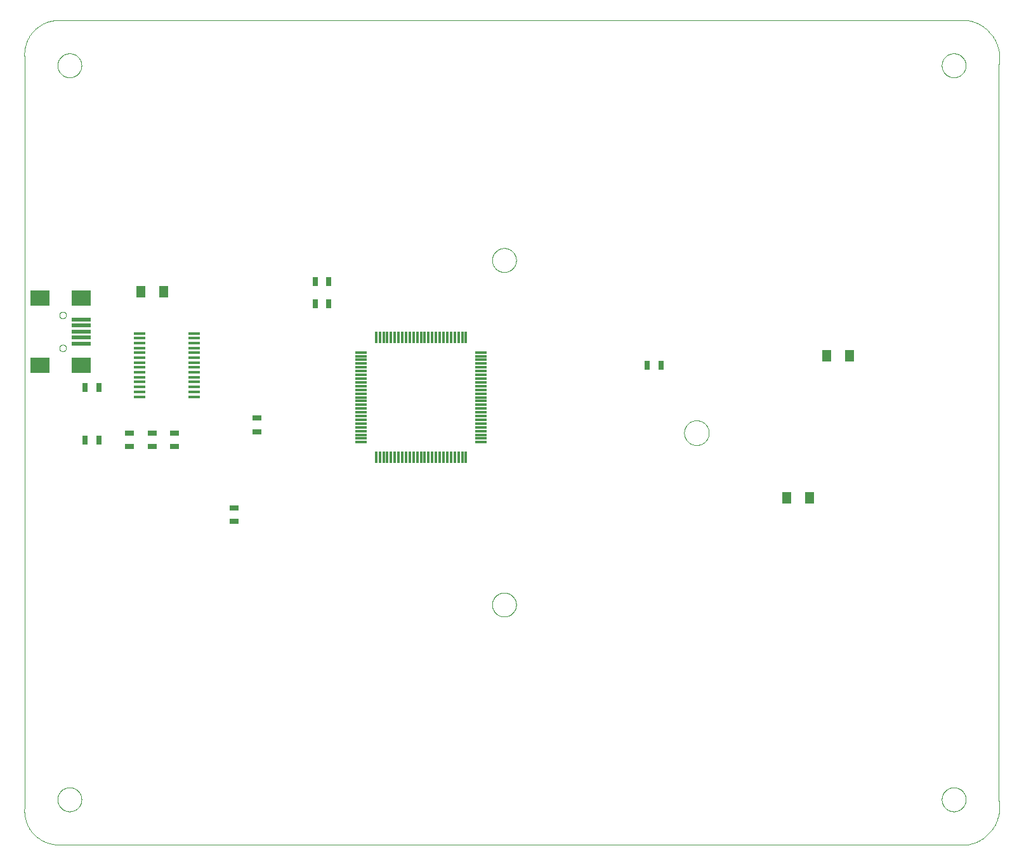
<source format=gtp>
G75*
%MOIN*%
%OFA0B0*%
%FSLAX25Y25*%
%IPPOS*%
%LPD*%
%AMOC8*
5,1,8,0,0,1.08239X$1,22.5*
%
%ADD10C,0.00000*%
%ADD11R,0.05906X0.01181*%
%ADD12R,0.01181X0.05906*%
%ADD13R,0.05118X0.06299*%
%ADD14R,0.09843X0.01969*%
%ADD15R,0.09843X0.07874*%
%ADD16R,0.03150X0.04724*%
%ADD17R,0.04724X0.03150*%
D10*
X0020337Y0001315D02*
X0500652Y0001315D01*
X0501127Y0001416D01*
X0501598Y0001528D01*
X0502068Y0001652D01*
X0502534Y0001787D01*
X0502996Y0001933D01*
X0503455Y0002090D01*
X0503910Y0002259D01*
X0504361Y0002438D01*
X0504807Y0002628D01*
X0505249Y0002829D01*
X0505685Y0003041D01*
X0506117Y0003263D01*
X0506542Y0003495D01*
X0506963Y0003737D01*
X0507377Y0003990D01*
X0507785Y0004253D01*
X0508186Y0004525D01*
X0508581Y0004807D01*
X0508969Y0005099D01*
X0509349Y0005399D01*
X0509722Y0005709D01*
X0510088Y0006028D01*
X0510446Y0006355D01*
X0510796Y0006691D01*
X0511138Y0007036D01*
X0511471Y0007389D01*
X0511795Y0007749D01*
X0512111Y0008117D01*
X0512418Y0008493D01*
X0512716Y0008876D01*
X0513004Y0009266D01*
X0513283Y0009663D01*
X0513552Y0010067D01*
X0513811Y0010477D01*
X0514060Y0010893D01*
X0514299Y0011315D01*
X0514528Y0011743D01*
X0514747Y0012176D01*
X0514955Y0012614D01*
X0515152Y0013058D01*
X0515339Y0013505D01*
X0515514Y0013958D01*
X0515679Y0014414D01*
X0515833Y0014874D01*
X0515975Y0015338D01*
X0516106Y0015805D01*
X0516226Y0016275D01*
X0516335Y0016748D01*
X0516432Y0017223D01*
X0516517Y0017701D01*
X0516591Y0018180D01*
X0516653Y0018661D01*
X0516704Y0019144D01*
X0516743Y0019627D01*
X0516770Y0020112D01*
X0516786Y0020597D01*
X0516790Y0021082D01*
X0516782Y0021567D01*
X0516762Y0022051D01*
X0516731Y0022536D01*
X0516688Y0023019D01*
X0516634Y0023501D01*
X0516567Y0023981D01*
X0516490Y0024460D01*
X0516400Y0024937D01*
X0516400Y0410764D01*
X0516490Y0411241D01*
X0516567Y0411720D01*
X0516634Y0412200D01*
X0516688Y0412682D01*
X0516731Y0413165D01*
X0516762Y0413650D01*
X0516782Y0414134D01*
X0516790Y0414619D01*
X0516786Y0415104D01*
X0516770Y0415589D01*
X0516743Y0416074D01*
X0516704Y0416557D01*
X0516653Y0417040D01*
X0516591Y0417521D01*
X0516517Y0418000D01*
X0516432Y0418478D01*
X0516335Y0418953D01*
X0516226Y0419426D01*
X0516106Y0419896D01*
X0515975Y0420363D01*
X0515833Y0420827D01*
X0515679Y0421287D01*
X0515514Y0421743D01*
X0515339Y0422196D01*
X0515152Y0422643D01*
X0514955Y0423087D01*
X0514747Y0423525D01*
X0514528Y0423958D01*
X0514299Y0424386D01*
X0514060Y0424808D01*
X0513811Y0425224D01*
X0513552Y0425634D01*
X0513283Y0426038D01*
X0513004Y0426435D01*
X0512716Y0426825D01*
X0512418Y0427208D01*
X0512111Y0427584D01*
X0511795Y0427952D01*
X0511471Y0428312D01*
X0511138Y0428665D01*
X0510796Y0429010D01*
X0510446Y0429346D01*
X0510088Y0429673D01*
X0509722Y0429992D01*
X0509349Y0430302D01*
X0508969Y0430602D01*
X0508581Y0430894D01*
X0508186Y0431176D01*
X0507785Y0431448D01*
X0507377Y0431711D01*
X0506963Y0431964D01*
X0506542Y0432206D01*
X0506117Y0432438D01*
X0505685Y0432660D01*
X0505249Y0432872D01*
X0504807Y0433073D01*
X0504361Y0433263D01*
X0503910Y0433442D01*
X0503455Y0433611D01*
X0502996Y0433768D01*
X0502534Y0433914D01*
X0502068Y0434049D01*
X0501598Y0434173D01*
X0501127Y0434285D01*
X0500652Y0434386D01*
X0020337Y0434386D01*
X0019903Y0434332D01*
X0019470Y0434268D01*
X0019039Y0434193D01*
X0018610Y0434108D01*
X0018184Y0434012D01*
X0017759Y0433905D01*
X0017338Y0433789D01*
X0016919Y0433661D01*
X0016503Y0433524D01*
X0016092Y0433377D01*
X0015683Y0433219D01*
X0015279Y0433052D01*
X0014879Y0432874D01*
X0014484Y0432687D01*
X0014093Y0432490D01*
X0013707Y0432284D01*
X0013327Y0432068D01*
X0012951Y0431843D01*
X0012582Y0431609D01*
X0012218Y0431366D01*
X0011861Y0431114D01*
X0011509Y0430853D01*
X0011164Y0430584D01*
X0010826Y0430306D01*
X0010495Y0430021D01*
X0010171Y0429727D01*
X0009854Y0429425D01*
X0009545Y0429116D01*
X0009243Y0428799D01*
X0008949Y0428474D01*
X0008664Y0428143D01*
X0008386Y0427805D01*
X0008117Y0427460D01*
X0007857Y0427108D01*
X0007605Y0426751D01*
X0007362Y0426387D01*
X0007128Y0426017D01*
X0006903Y0425642D01*
X0006687Y0425261D01*
X0006481Y0424875D01*
X0006285Y0424484D01*
X0006098Y0424089D01*
X0005920Y0423689D01*
X0005753Y0423285D01*
X0005596Y0422876D01*
X0005448Y0422464D01*
X0005311Y0422049D01*
X0005184Y0421630D01*
X0005068Y0421209D01*
X0004962Y0420784D01*
X0004866Y0420357D01*
X0004780Y0419928D01*
X0004706Y0419497D01*
X0004642Y0419064D01*
X0004588Y0418630D01*
X0004545Y0418195D01*
X0004513Y0417758D01*
X0004492Y0417321D01*
X0004481Y0416884D01*
X0004481Y0416446D01*
X0004492Y0416009D01*
X0004514Y0415572D01*
X0004546Y0415136D01*
X0004589Y0414700D01*
X0004589Y0414701D02*
X0004589Y0021000D01*
X0004546Y0020564D01*
X0004514Y0020128D01*
X0004492Y0019691D01*
X0004481Y0019254D01*
X0004481Y0018816D01*
X0004492Y0018379D01*
X0004513Y0017942D01*
X0004545Y0017505D01*
X0004588Y0017070D01*
X0004642Y0016636D01*
X0004706Y0016203D01*
X0004780Y0015772D01*
X0004866Y0015343D01*
X0004962Y0014916D01*
X0005068Y0014491D01*
X0005184Y0014070D01*
X0005311Y0013651D01*
X0005448Y0013236D01*
X0005596Y0012824D01*
X0005753Y0012415D01*
X0005920Y0012011D01*
X0006098Y0011611D01*
X0006285Y0011216D01*
X0006481Y0010825D01*
X0006687Y0010439D01*
X0006903Y0010058D01*
X0007128Y0009683D01*
X0007362Y0009313D01*
X0007605Y0008949D01*
X0007857Y0008592D01*
X0008117Y0008240D01*
X0008386Y0007895D01*
X0008664Y0007557D01*
X0008949Y0007226D01*
X0009243Y0006901D01*
X0009545Y0006584D01*
X0009854Y0006275D01*
X0010171Y0005973D01*
X0010495Y0005679D01*
X0010826Y0005394D01*
X0011164Y0005116D01*
X0011509Y0004847D01*
X0011861Y0004586D01*
X0012218Y0004334D01*
X0012582Y0004091D01*
X0012951Y0003857D01*
X0013327Y0003632D01*
X0013707Y0003416D01*
X0014093Y0003210D01*
X0014484Y0003013D01*
X0014879Y0002826D01*
X0015279Y0002648D01*
X0015683Y0002481D01*
X0016092Y0002323D01*
X0016503Y0002176D01*
X0016919Y0002039D01*
X0017338Y0001911D01*
X0017759Y0001795D01*
X0018184Y0001688D01*
X0018610Y0001592D01*
X0019039Y0001507D01*
X0019470Y0001432D01*
X0019903Y0001368D01*
X0020337Y0001314D01*
X0021912Y0024937D02*
X0021914Y0025095D01*
X0021920Y0025253D01*
X0021930Y0025411D01*
X0021944Y0025569D01*
X0021962Y0025726D01*
X0021983Y0025883D01*
X0022009Y0026039D01*
X0022039Y0026195D01*
X0022072Y0026350D01*
X0022110Y0026503D01*
X0022151Y0026656D01*
X0022196Y0026808D01*
X0022245Y0026959D01*
X0022298Y0027108D01*
X0022354Y0027256D01*
X0022414Y0027402D01*
X0022478Y0027547D01*
X0022546Y0027690D01*
X0022617Y0027832D01*
X0022691Y0027972D01*
X0022769Y0028109D01*
X0022851Y0028245D01*
X0022935Y0028379D01*
X0023024Y0028510D01*
X0023115Y0028639D01*
X0023210Y0028766D01*
X0023307Y0028891D01*
X0023408Y0029013D01*
X0023512Y0029132D01*
X0023619Y0029249D01*
X0023729Y0029363D01*
X0023842Y0029474D01*
X0023957Y0029583D01*
X0024075Y0029688D01*
X0024196Y0029790D01*
X0024319Y0029890D01*
X0024445Y0029986D01*
X0024573Y0030079D01*
X0024703Y0030169D01*
X0024836Y0030255D01*
X0024971Y0030339D01*
X0025107Y0030418D01*
X0025246Y0030495D01*
X0025387Y0030567D01*
X0025529Y0030637D01*
X0025673Y0030702D01*
X0025819Y0030764D01*
X0025966Y0030822D01*
X0026115Y0030877D01*
X0026265Y0030928D01*
X0026416Y0030975D01*
X0026568Y0031018D01*
X0026721Y0031057D01*
X0026876Y0031093D01*
X0027031Y0031124D01*
X0027187Y0031152D01*
X0027343Y0031176D01*
X0027500Y0031196D01*
X0027658Y0031212D01*
X0027815Y0031224D01*
X0027974Y0031232D01*
X0028132Y0031236D01*
X0028290Y0031236D01*
X0028448Y0031232D01*
X0028607Y0031224D01*
X0028764Y0031212D01*
X0028922Y0031196D01*
X0029079Y0031176D01*
X0029235Y0031152D01*
X0029391Y0031124D01*
X0029546Y0031093D01*
X0029701Y0031057D01*
X0029854Y0031018D01*
X0030006Y0030975D01*
X0030157Y0030928D01*
X0030307Y0030877D01*
X0030456Y0030822D01*
X0030603Y0030764D01*
X0030749Y0030702D01*
X0030893Y0030637D01*
X0031035Y0030567D01*
X0031176Y0030495D01*
X0031315Y0030418D01*
X0031451Y0030339D01*
X0031586Y0030255D01*
X0031719Y0030169D01*
X0031849Y0030079D01*
X0031977Y0029986D01*
X0032103Y0029890D01*
X0032226Y0029790D01*
X0032347Y0029688D01*
X0032465Y0029583D01*
X0032580Y0029474D01*
X0032693Y0029363D01*
X0032803Y0029249D01*
X0032910Y0029132D01*
X0033014Y0029013D01*
X0033115Y0028891D01*
X0033212Y0028766D01*
X0033307Y0028639D01*
X0033398Y0028510D01*
X0033487Y0028379D01*
X0033571Y0028245D01*
X0033653Y0028109D01*
X0033731Y0027972D01*
X0033805Y0027832D01*
X0033876Y0027690D01*
X0033944Y0027547D01*
X0034008Y0027402D01*
X0034068Y0027256D01*
X0034124Y0027108D01*
X0034177Y0026959D01*
X0034226Y0026808D01*
X0034271Y0026656D01*
X0034312Y0026503D01*
X0034350Y0026350D01*
X0034383Y0026195D01*
X0034413Y0026039D01*
X0034439Y0025883D01*
X0034460Y0025726D01*
X0034478Y0025569D01*
X0034492Y0025411D01*
X0034502Y0025253D01*
X0034508Y0025095D01*
X0034510Y0024937D01*
X0034508Y0024779D01*
X0034502Y0024621D01*
X0034492Y0024463D01*
X0034478Y0024305D01*
X0034460Y0024148D01*
X0034439Y0023991D01*
X0034413Y0023835D01*
X0034383Y0023679D01*
X0034350Y0023524D01*
X0034312Y0023371D01*
X0034271Y0023218D01*
X0034226Y0023066D01*
X0034177Y0022915D01*
X0034124Y0022766D01*
X0034068Y0022618D01*
X0034008Y0022472D01*
X0033944Y0022327D01*
X0033876Y0022184D01*
X0033805Y0022042D01*
X0033731Y0021902D01*
X0033653Y0021765D01*
X0033571Y0021629D01*
X0033487Y0021495D01*
X0033398Y0021364D01*
X0033307Y0021235D01*
X0033212Y0021108D01*
X0033115Y0020983D01*
X0033014Y0020861D01*
X0032910Y0020742D01*
X0032803Y0020625D01*
X0032693Y0020511D01*
X0032580Y0020400D01*
X0032465Y0020291D01*
X0032347Y0020186D01*
X0032226Y0020084D01*
X0032103Y0019984D01*
X0031977Y0019888D01*
X0031849Y0019795D01*
X0031719Y0019705D01*
X0031586Y0019619D01*
X0031451Y0019535D01*
X0031315Y0019456D01*
X0031176Y0019379D01*
X0031035Y0019307D01*
X0030893Y0019237D01*
X0030749Y0019172D01*
X0030603Y0019110D01*
X0030456Y0019052D01*
X0030307Y0018997D01*
X0030157Y0018946D01*
X0030006Y0018899D01*
X0029854Y0018856D01*
X0029701Y0018817D01*
X0029546Y0018781D01*
X0029391Y0018750D01*
X0029235Y0018722D01*
X0029079Y0018698D01*
X0028922Y0018678D01*
X0028764Y0018662D01*
X0028607Y0018650D01*
X0028448Y0018642D01*
X0028290Y0018638D01*
X0028132Y0018638D01*
X0027974Y0018642D01*
X0027815Y0018650D01*
X0027658Y0018662D01*
X0027500Y0018678D01*
X0027343Y0018698D01*
X0027187Y0018722D01*
X0027031Y0018750D01*
X0026876Y0018781D01*
X0026721Y0018817D01*
X0026568Y0018856D01*
X0026416Y0018899D01*
X0026265Y0018946D01*
X0026115Y0018997D01*
X0025966Y0019052D01*
X0025819Y0019110D01*
X0025673Y0019172D01*
X0025529Y0019237D01*
X0025387Y0019307D01*
X0025246Y0019379D01*
X0025107Y0019456D01*
X0024971Y0019535D01*
X0024836Y0019619D01*
X0024703Y0019705D01*
X0024573Y0019795D01*
X0024445Y0019888D01*
X0024319Y0019984D01*
X0024196Y0020084D01*
X0024075Y0020186D01*
X0023957Y0020291D01*
X0023842Y0020400D01*
X0023729Y0020511D01*
X0023619Y0020625D01*
X0023512Y0020742D01*
X0023408Y0020861D01*
X0023307Y0020983D01*
X0023210Y0021108D01*
X0023115Y0021235D01*
X0023024Y0021364D01*
X0022935Y0021495D01*
X0022851Y0021629D01*
X0022769Y0021765D01*
X0022691Y0021902D01*
X0022617Y0022042D01*
X0022546Y0022184D01*
X0022478Y0022327D01*
X0022414Y0022472D01*
X0022354Y0022618D01*
X0022298Y0022766D01*
X0022245Y0022915D01*
X0022196Y0023066D01*
X0022151Y0023218D01*
X0022110Y0023371D01*
X0022072Y0023524D01*
X0022039Y0023679D01*
X0022009Y0023835D01*
X0021983Y0023991D01*
X0021962Y0024148D01*
X0021944Y0024305D01*
X0021930Y0024463D01*
X0021920Y0024621D01*
X0021914Y0024779D01*
X0021912Y0024937D01*
X0250258Y0127299D02*
X0250260Y0127457D01*
X0250266Y0127615D01*
X0250276Y0127773D01*
X0250290Y0127931D01*
X0250308Y0128088D01*
X0250329Y0128245D01*
X0250355Y0128401D01*
X0250385Y0128557D01*
X0250418Y0128712D01*
X0250456Y0128865D01*
X0250497Y0129018D01*
X0250542Y0129170D01*
X0250591Y0129321D01*
X0250644Y0129470D01*
X0250700Y0129618D01*
X0250760Y0129764D01*
X0250824Y0129909D01*
X0250892Y0130052D01*
X0250963Y0130194D01*
X0251037Y0130334D01*
X0251115Y0130471D01*
X0251197Y0130607D01*
X0251281Y0130741D01*
X0251370Y0130872D01*
X0251461Y0131001D01*
X0251556Y0131128D01*
X0251653Y0131253D01*
X0251754Y0131375D01*
X0251858Y0131494D01*
X0251965Y0131611D01*
X0252075Y0131725D01*
X0252188Y0131836D01*
X0252303Y0131945D01*
X0252421Y0132050D01*
X0252542Y0132152D01*
X0252665Y0132252D01*
X0252791Y0132348D01*
X0252919Y0132441D01*
X0253049Y0132531D01*
X0253182Y0132617D01*
X0253317Y0132701D01*
X0253453Y0132780D01*
X0253592Y0132857D01*
X0253733Y0132929D01*
X0253875Y0132999D01*
X0254019Y0133064D01*
X0254165Y0133126D01*
X0254312Y0133184D01*
X0254461Y0133239D01*
X0254611Y0133290D01*
X0254762Y0133337D01*
X0254914Y0133380D01*
X0255067Y0133419D01*
X0255222Y0133455D01*
X0255377Y0133486D01*
X0255533Y0133514D01*
X0255689Y0133538D01*
X0255846Y0133558D01*
X0256004Y0133574D01*
X0256161Y0133586D01*
X0256320Y0133594D01*
X0256478Y0133598D01*
X0256636Y0133598D01*
X0256794Y0133594D01*
X0256953Y0133586D01*
X0257110Y0133574D01*
X0257268Y0133558D01*
X0257425Y0133538D01*
X0257581Y0133514D01*
X0257737Y0133486D01*
X0257892Y0133455D01*
X0258047Y0133419D01*
X0258200Y0133380D01*
X0258352Y0133337D01*
X0258503Y0133290D01*
X0258653Y0133239D01*
X0258802Y0133184D01*
X0258949Y0133126D01*
X0259095Y0133064D01*
X0259239Y0132999D01*
X0259381Y0132929D01*
X0259522Y0132857D01*
X0259661Y0132780D01*
X0259797Y0132701D01*
X0259932Y0132617D01*
X0260065Y0132531D01*
X0260195Y0132441D01*
X0260323Y0132348D01*
X0260449Y0132252D01*
X0260572Y0132152D01*
X0260693Y0132050D01*
X0260811Y0131945D01*
X0260926Y0131836D01*
X0261039Y0131725D01*
X0261149Y0131611D01*
X0261256Y0131494D01*
X0261360Y0131375D01*
X0261461Y0131253D01*
X0261558Y0131128D01*
X0261653Y0131001D01*
X0261744Y0130872D01*
X0261833Y0130741D01*
X0261917Y0130607D01*
X0261999Y0130471D01*
X0262077Y0130334D01*
X0262151Y0130194D01*
X0262222Y0130052D01*
X0262290Y0129909D01*
X0262354Y0129764D01*
X0262414Y0129618D01*
X0262470Y0129470D01*
X0262523Y0129321D01*
X0262572Y0129170D01*
X0262617Y0129018D01*
X0262658Y0128865D01*
X0262696Y0128712D01*
X0262729Y0128557D01*
X0262759Y0128401D01*
X0262785Y0128245D01*
X0262806Y0128088D01*
X0262824Y0127931D01*
X0262838Y0127773D01*
X0262848Y0127615D01*
X0262854Y0127457D01*
X0262856Y0127299D01*
X0262854Y0127141D01*
X0262848Y0126983D01*
X0262838Y0126825D01*
X0262824Y0126667D01*
X0262806Y0126510D01*
X0262785Y0126353D01*
X0262759Y0126197D01*
X0262729Y0126041D01*
X0262696Y0125886D01*
X0262658Y0125733D01*
X0262617Y0125580D01*
X0262572Y0125428D01*
X0262523Y0125277D01*
X0262470Y0125128D01*
X0262414Y0124980D01*
X0262354Y0124834D01*
X0262290Y0124689D01*
X0262222Y0124546D01*
X0262151Y0124404D01*
X0262077Y0124264D01*
X0261999Y0124127D01*
X0261917Y0123991D01*
X0261833Y0123857D01*
X0261744Y0123726D01*
X0261653Y0123597D01*
X0261558Y0123470D01*
X0261461Y0123345D01*
X0261360Y0123223D01*
X0261256Y0123104D01*
X0261149Y0122987D01*
X0261039Y0122873D01*
X0260926Y0122762D01*
X0260811Y0122653D01*
X0260693Y0122548D01*
X0260572Y0122446D01*
X0260449Y0122346D01*
X0260323Y0122250D01*
X0260195Y0122157D01*
X0260065Y0122067D01*
X0259932Y0121981D01*
X0259797Y0121897D01*
X0259661Y0121818D01*
X0259522Y0121741D01*
X0259381Y0121669D01*
X0259239Y0121599D01*
X0259095Y0121534D01*
X0258949Y0121472D01*
X0258802Y0121414D01*
X0258653Y0121359D01*
X0258503Y0121308D01*
X0258352Y0121261D01*
X0258200Y0121218D01*
X0258047Y0121179D01*
X0257892Y0121143D01*
X0257737Y0121112D01*
X0257581Y0121084D01*
X0257425Y0121060D01*
X0257268Y0121040D01*
X0257110Y0121024D01*
X0256953Y0121012D01*
X0256794Y0121004D01*
X0256636Y0121000D01*
X0256478Y0121000D01*
X0256320Y0121004D01*
X0256161Y0121012D01*
X0256004Y0121024D01*
X0255846Y0121040D01*
X0255689Y0121060D01*
X0255533Y0121084D01*
X0255377Y0121112D01*
X0255222Y0121143D01*
X0255067Y0121179D01*
X0254914Y0121218D01*
X0254762Y0121261D01*
X0254611Y0121308D01*
X0254461Y0121359D01*
X0254312Y0121414D01*
X0254165Y0121472D01*
X0254019Y0121534D01*
X0253875Y0121599D01*
X0253733Y0121669D01*
X0253592Y0121741D01*
X0253453Y0121818D01*
X0253317Y0121897D01*
X0253182Y0121981D01*
X0253049Y0122067D01*
X0252919Y0122157D01*
X0252791Y0122250D01*
X0252665Y0122346D01*
X0252542Y0122446D01*
X0252421Y0122548D01*
X0252303Y0122653D01*
X0252188Y0122762D01*
X0252075Y0122873D01*
X0251965Y0122987D01*
X0251858Y0123104D01*
X0251754Y0123223D01*
X0251653Y0123345D01*
X0251556Y0123470D01*
X0251461Y0123597D01*
X0251370Y0123726D01*
X0251281Y0123857D01*
X0251197Y0123991D01*
X0251115Y0124127D01*
X0251037Y0124264D01*
X0250963Y0124404D01*
X0250892Y0124546D01*
X0250824Y0124689D01*
X0250760Y0124834D01*
X0250700Y0124980D01*
X0250644Y0125128D01*
X0250591Y0125277D01*
X0250542Y0125428D01*
X0250497Y0125580D01*
X0250456Y0125733D01*
X0250418Y0125886D01*
X0250385Y0126041D01*
X0250355Y0126197D01*
X0250329Y0126353D01*
X0250308Y0126510D01*
X0250290Y0126667D01*
X0250276Y0126825D01*
X0250266Y0126983D01*
X0250260Y0127141D01*
X0250258Y0127299D01*
X0351136Y0217654D02*
X0351138Y0217815D01*
X0351144Y0217975D01*
X0351154Y0218136D01*
X0351168Y0218296D01*
X0351186Y0218456D01*
X0351207Y0218615D01*
X0351233Y0218774D01*
X0351263Y0218932D01*
X0351296Y0219089D01*
X0351334Y0219246D01*
X0351375Y0219401D01*
X0351420Y0219555D01*
X0351469Y0219708D01*
X0351522Y0219860D01*
X0351578Y0220011D01*
X0351639Y0220160D01*
X0351702Y0220308D01*
X0351770Y0220454D01*
X0351841Y0220598D01*
X0351915Y0220740D01*
X0351993Y0220881D01*
X0352075Y0221019D01*
X0352160Y0221156D01*
X0352248Y0221290D01*
X0352340Y0221422D01*
X0352435Y0221552D01*
X0352533Y0221680D01*
X0352634Y0221805D01*
X0352738Y0221927D01*
X0352845Y0222047D01*
X0352955Y0222164D01*
X0353068Y0222279D01*
X0353184Y0222390D01*
X0353303Y0222499D01*
X0353424Y0222604D01*
X0353548Y0222707D01*
X0353674Y0222807D01*
X0353802Y0222903D01*
X0353933Y0222996D01*
X0354067Y0223086D01*
X0354202Y0223173D01*
X0354340Y0223256D01*
X0354479Y0223336D01*
X0354621Y0223412D01*
X0354764Y0223485D01*
X0354909Y0223554D01*
X0355056Y0223620D01*
X0355204Y0223682D01*
X0355354Y0223740D01*
X0355505Y0223795D01*
X0355658Y0223846D01*
X0355812Y0223893D01*
X0355967Y0223936D01*
X0356123Y0223975D01*
X0356279Y0224011D01*
X0356437Y0224042D01*
X0356595Y0224070D01*
X0356754Y0224094D01*
X0356914Y0224114D01*
X0357074Y0224130D01*
X0357234Y0224142D01*
X0357395Y0224150D01*
X0357556Y0224154D01*
X0357716Y0224154D01*
X0357877Y0224150D01*
X0358038Y0224142D01*
X0358198Y0224130D01*
X0358358Y0224114D01*
X0358518Y0224094D01*
X0358677Y0224070D01*
X0358835Y0224042D01*
X0358993Y0224011D01*
X0359149Y0223975D01*
X0359305Y0223936D01*
X0359460Y0223893D01*
X0359614Y0223846D01*
X0359767Y0223795D01*
X0359918Y0223740D01*
X0360068Y0223682D01*
X0360216Y0223620D01*
X0360363Y0223554D01*
X0360508Y0223485D01*
X0360651Y0223412D01*
X0360793Y0223336D01*
X0360932Y0223256D01*
X0361070Y0223173D01*
X0361205Y0223086D01*
X0361339Y0222996D01*
X0361470Y0222903D01*
X0361598Y0222807D01*
X0361724Y0222707D01*
X0361848Y0222604D01*
X0361969Y0222499D01*
X0362088Y0222390D01*
X0362204Y0222279D01*
X0362317Y0222164D01*
X0362427Y0222047D01*
X0362534Y0221927D01*
X0362638Y0221805D01*
X0362739Y0221680D01*
X0362837Y0221552D01*
X0362932Y0221422D01*
X0363024Y0221290D01*
X0363112Y0221156D01*
X0363197Y0221019D01*
X0363279Y0220881D01*
X0363357Y0220740D01*
X0363431Y0220598D01*
X0363502Y0220454D01*
X0363570Y0220308D01*
X0363633Y0220160D01*
X0363694Y0220011D01*
X0363750Y0219860D01*
X0363803Y0219708D01*
X0363852Y0219555D01*
X0363897Y0219401D01*
X0363938Y0219246D01*
X0363976Y0219089D01*
X0364009Y0218932D01*
X0364039Y0218774D01*
X0364065Y0218615D01*
X0364086Y0218456D01*
X0364104Y0218296D01*
X0364118Y0218136D01*
X0364128Y0217975D01*
X0364134Y0217815D01*
X0364136Y0217654D01*
X0364134Y0217493D01*
X0364128Y0217333D01*
X0364118Y0217172D01*
X0364104Y0217012D01*
X0364086Y0216852D01*
X0364065Y0216693D01*
X0364039Y0216534D01*
X0364009Y0216376D01*
X0363976Y0216219D01*
X0363938Y0216062D01*
X0363897Y0215907D01*
X0363852Y0215753D01*
X0363803Y0215600D01*
X0363750Y0215448D01*
X0363694Y0215297D01*
X0363633Y0215148D01*
X0363570Y0215000D01*
X0363502Y0214854D01*
X0363431Y0214710D01*
X0363357Y0214568D01*
X0363279Y0214427D01*
X0363197Y0214289D01*
X0363112Y0214152D01*
X0363024Y0214018D01*
X0362932Y0213886D01*
X0362837Y0213756D01*
X0362739Y0213628D01*
X0362638Y0213503D01*
X0362534Y0213381D01*
X0362427Y0213261D01*
X0362317Y0213144D01*
X0362204Y0213029D01*
X0362088Y0212918D01*
X0361969Y0212809D01*
X0361848Y0212704D01*
X0361724Y0212601D01*
X0361598Y0212501D01*
X0361470Y0212405D01*
X0361339Y0212312D01*
X0361205Y0212222D01*
X0361070Y0212135D01*
X0360932Y0212052D01*
X0360793Y0211972D01*
X0360651Y0211896D01*
X0360508Y0211823D01*
X0360363Y0211754D01*
X0360216Y0211688D01*
X0360068Y0211626D01*
X0359918Y0211568D01*
X0359767Y0211513D01*
X0359614Y0211462D01*
X0359460Y0211415D01*
X0359305Y0211372D01*
X0359149Y0211333D01*
X0358993Y0211297D01*
X0358835Y0211266D01*
X0358677Y0211238D01*
X0358518Y0211214D01*
X0358358Y0211194D01*
X0358198Y0211178D01*
X0358038Y0211166D01*
X0357877Y0211158D01*
X0357716Y0211154D01*
X0357556Y0211154D01*
X0357395Y0211158D01*
X0357234Y0211166D01*
X0357074Y0211178D01*
X0356914Y0211194D01*
X0356754Y0211214D01*
X0356595Y0211238D01*
X0356437Y0211266D01*
X0356279Y0211297D01*
X0356123Y0211333D01*
X0355967Y0211372D01*
X0355812Y0211415D01*
X0355658Y0211462D01*
X0355505Y0211513D01*
X0355354Y0211568D01*
X0355204Y0211626D01*
X0355056Y0211688D01*
X0354909Y0211754D01*
X0354764Y0211823D01*
X0354621Y0211896D01*
X0354479Y0211972D01*
X0354340Y0212052D01*
X0354202Y0212135D01*
X0354067Y0212222D01*
X0353933Y0212312D01*
X0353802Y0212405D01*
X0353674Y0212501D01*
X0353548Y0212601D01*
X0353424Y0212704D01*
X0353303Y0212809D01*
X0353184Y0212918D01*
X0353068Y0213029D01*
X0352955Y0213144D01*
X0352845Y0213261D01*
X0352738Y0213381D01*
X0352634Y0213503D01*
X0352533Y0213628D01*
X0352435Y0213756D01*
X0352340Y0213886D01*
X0352248Y0214018D01*
X0352160Y0214152D01*
X0352075Y0214289D01*
X0351993Y0214427D01*
X0351915Y0214568D01*
X0351841Y0214710D01*
X0351770Y0214854D01*
X0351702Y0215000D01*
X0351639Y0215148D01*
X0351578Y0215297D01*
X0351522Y0215448D01*
X0351469Y0215600D01*
X0351420Y0215753D01*
X0351375Y0215907D01*
X0351334Y0216062D01*
X0351296Y0216219D01*
X0351263Y0216376D01*
X0351233Y0216534D01*
X0351207Y0216693D01*
X0351186Y0216852D01*
X0351168Y0217012D01*
X0351154Y0217172D01*
X0351144Y0217333D01*
X0351138Y0217493D01*
X0351136Y0217654D01*
X0250258Y0308402D02*
X0250260Y0308560D01*
X0250266Y0308718D01*
X0250276Y0308876D01*
X0250290Y0309034D01*
X0250308Y0309191D01*
X0250329Y0309348D01*
X0250355Y0309504D01*
X0250385Y0309660D01*
X0250418Y0309815D01*
X0250456Y0309968D01*
X0250497Y0310121D01*
X0250542Y0310273D01*
X0250591Y0310424D01*
X0250644Y0310573D01*
X0250700Y0310721D01*
X0250760Y0310867D01*
X0250824Y0311012D01*
X0250892Y0311155D01*
X0250963Y0311297D01*
X0251037Y0311437D01*
X0251115Y0311574D01*
X0251197Y0311710D01*
X0251281Y0311844D01*
X0251370Y0311975D01*
X0251461Y0312104D01*
X0251556Y0312231D01*
X0251653Y0312356D01*
X0251754Y0312478D01*
X0251858Y0312597D01*
X0251965Y0312714D01*
X0252075Y0312828D01*
X0252188Y0312939D01*
X0252303Y0313048D01*
X0252421Y0313153D01*
X0252542Y0313255D01*
X0252665Y0313355D01*
X0252791Y0313451D01*
X0252919Y0313544D01*
X0253049Y0313634D01*
X0253182Y0313720D01*
X0253317Y0313804D01*
X0253453Y0313883D01*
X0253592Y0313960D01*
X0253733Y0314032D01*
X0253875Y0314102D01*
X0254019Y0314167D01*
X0254165Y0314229D01*
X0254312Y0314287D01*
X0254461Y0314342D01*
X0254611Y0314393D01*
X0254762Y0314440D01*
X0254914Y0314483D01*
X0255067Y0314522D01*
X0255222Y0314558D01*
X0255377Y0314589D01*
X0255533Y0314617D01*
X0255689Y0314641D01*
X0255846Y0314661D01*
X0256004Y0314677D01*
X0256161Y0314689D01*
X0256320Y0314697D01*
X0256478Y0314701D01*
X0256636Y0314701D01*
X0256794Y0314697D01*
X0256953Y0314689D01*
X0257110Y0314677D01*
X0257268Y0314661D01*
X0257425Y0314641D01*
X0257581Y0314617D01*
X0257737Y0314589D01*
X0257892Y0314558D01*
X0258047Y0314522D01*
X0258200Y0314483D01*
X0258352Y0314440D01*
X0258503Y0314393D01*
X0258653Y0314342D01*
X0258802Y0314287D01*
X0258949Y0314229D01*
X0259095Y0314167D01*
X0259239Y0314102D01*
X0259381Y0314032D01*
X0259522Y0313960D01*
X0259661Y0313883D01*
X0259797Y0313804D01*
X0259932Y0313720D01*
X0260065Y0313634D01*
X0260195Y0313544D01*
X0260323Y0313451D01*
X0260449Y0313355D01*
X0260572Y0313255D01*
X0260693Y0313153D01*
X0260811Y0313048D01*
X0260926Y0312939D01*
X0261039Y0312828D01*
X0261149Y0312714D01*
X0261256Y0312597D01*
X0261360Y0312478D01*
X0261461Y0312356D01*
X0261558Y0312231D01*
X0261653Y0312104D01*
X0261744Y0311975D01*
X0261833Y0311844D01*
X0261917Y0311710D01*
X0261999Y0311574D01*
X0262077Y0311437D01*
X0262151Y0311297D01*
X0262222Y0311155D01*
X0262290Y0311012D01*
X0262354Y0310867D01*
X0262414Y0310721D01*
X0262470Y0310573D01*
X0262523Y0310424D01*
X0262572Y0310273D01*
X0262617Y0310121D01*
X0262658Y0309968D01*
X0262696Y0309815D01*
X0262729Y0309660D01*
X0262759Y0309504D01*
X0262785Y0309348D01*
X0262806Y0309191D01*
X0262824Y0309034D01*
X0262838Y0308876D01*
X0262848Y0308718D01*
X0262854Y0308560D01*
X0262856Y0308402D01*
X0262854Y0308244D01*
X0262848Y0308086D01*
X0262838Y0307928D01*
X0262824Y0307770D01*
X0262806Y0307613D01*
X0262785Y0307456D01*
X0262759Y0307300D01*
X0262729Y0307144D01*
X0262696Y0306989D01*
X0262658Y0306836D01*
X0262617Y0306683D01*
X0262572Y0306531D01*
X0262523Y0306380D01*
X0262470Y0306231D01*
X0262414Y0306083D01*
X0262354Y0305937D01*
X0262290Y0305792D01*
X0262222Y0305649D01*
X0262151Y0305507D01*
X0262077Y0305367D01*
X0261999Y0305230D01*
X0261917Y0305094D01*
X0261833Y0304960D01*
X0261744Y0304829D01*
X0261653Y0304700D01*
X0261558Y0304573D01*
X0261461Y0304448D01*
X0261360Y0304326D01*
X0261256Y0304207D01*
X0261149Y0304090D01*
X0261039Y0303976D01*
X0260926Y0303865D01*
X0260811Y0303756D01*
X0260693Y0303651D01*
X0260572Y0303549D01*
X0260449Y0303449D01*
X0260323Y0303353D01*
X0260195Y0303260D01*
X0260065Y0303170D01*
X0259932Y0303084D01*
X0259797Y0303000D01*
X0259661Y0302921D01*
X0259522Y0302844D01*
X0259381Y0302772D01*
X0259239Y0302702D01*
X0259095Y0302637D01*
X0258949Y0302575D01*
X0258802Y0302517D01*
X0258653Y0302462D01*
X0258503Y0302411D01*
X0258352Y0302364D01*
X0258200Y0302321D01*
X0258047Y0302282D01*
X0257892Y0302246D01*
X0257737Y0302215D01*
X0257581Y0302187D01*
X0257425Y0302163D01*
X0257268Y0302143D01*
X0257110Y0302127D01*
X0256953Y0302115D01*
X0256794Y0302107D01*
X0256636Y0302103D01*
X0256478Y0302103D01*
X0256320Y0302107D01*
X0256161Y0302115D01*
X0256004Y0302127D01*
X0255846Y0302143D01*
X0255689Y0302163D01*
X0255533Y0302187D01*
X0255377Y0302215D01*
X0255222Y0302246D01*
X0255067Y0302282D01*
X0254914Y0302321D01*
X0254762Y0302364D01*
X0254611Y0302411D01*
X0254461Y0302462D01*
X0254312Y0302517D01*
X0254165Y0302575D01*
X0254019Y0302637D01*
X0253875Y0302702D01*
X0253733Y0302772D01*
X0253592Y0302844D01*
X0253453Y0302921D01*
X0253317Y0303000D01*
X0253182Y0303084D01*
X0253049Y0303170D01*
X0252919Y0303260D01*
X0252791Y0303353D01*
X0252665Y0303449D01*
X0252542Y0303549D01*
X0252421Y0303651D01*
X0252303Y0303756D01*
X0252188Y0303865D01*
X0252075Y0303976D01*
X0251965Y0304090D01*
X0251858Y0304207D01*
X0251754Y0304326D01*
X0251653Y0304448D01*
X0251556Y0304573D01*
X0251461Y0304700D01*
X0251370Y0304829D01*
X0251281Y0304960D01*
X0251197Y0305094D01*
X0251115Y0305230D01*
X0251037Y0305367D01*
X0250963Y0305507D01*
X0250892Y0305649D01*
X0250824Y0305792D01*
X0250760Y0305937D01*
X0250700Y0306083D01*
X0250644Y0306231D01*
X0250591Y0306380D01*
X0250542Y0306531D01*
X0250497Y0306683D01*
X0250456Y0306836D01*
X0250418Y0306989D01*
X0250385Y0307144D01*
X0250355Y0307300D01*
X0250329Y0307456D01*
X0250308Y0307613D01*
X0250290Y0307770D01*
X0250276Y0307928D01*
X0250266Y0308086D01*
X0250260Y0308244D01*
X0250258Y0308402D01*
X0021912Y0410764D02*
X0021914Y0410922D01*
X0021920Y0411080D01*
X0021930Y0411238D01*
X0021944Y0411396D01*
X0021962Y0411553D01*
X0021983Y0411710D01*
X0022009Y0411866D01*
X0022039Y0412022D01*
X0022072Y0412177D01*
X0022110Y0412330D01*
X0022151Y0412483D01*
X0022196Y0412635D01*
X0022245Y0412786D01*
X0022298Y0412935D01*
X0022354Y0413083D01*
X0022414Y0413229D01*
X0022478Y0413374D01*
X0022546Y0413517D01*
X0022617Y0413659D01*
X0022691Y0413799D01*
X0022769Y0413936D01*
X0022851Y0414072D01*
X0022935Y0414206D01*
X0023024Y0414337D01*
X0023115Y0414466D01*
X0023210Y0414593D01*
X0023307Y0414718D01*
X0023408Y0414840D01*
X0023512Y0414959D01*
X0023619Y0415076D01*
X0023729Y0415190D01*
X0023842Y0415301D01*
X0023957Y0415410D01*
X0024075Y0415515D01*
X0024196Y0415617D01*
X0024319Y0415717D01*
X0024445Y0415813D01*
X0024573Y0415906D01*
X0024703Y0415996D01*
X0024836Y0416082D01*
X0024971Y0416166D01*
X0025107Y0416245D01*
X0025246Y0416322D01*
X0025387Y0416394D01*
X0025529Y0416464D01*
X0025673Y0416529D01*
X0025819Y0416591D01*
X0025966Y0416649D01*
X0026115Y0416704D01*
X0026265Y0416755D01*
X0026416Y0416802D01*
X0026568Y0416845D01*
X0026721Y0416884D01*
X0026876Y0416920D01*
X0027031Y0416951D01*
X0027187Y0416979D01*
X0027343Y0417003D01*
X0027500Y0417023D01*
X0027658Y0417039D01*
X0027815Y0417051D01*
X0027974Y0417059D01*
X0028132Y0417063D01*
X0028290Y0417063D01*
X0028448Y0417059D01*
X0028607Y0417051D01*
X0028764Y0417039D01*
X0028922Y0417023D01*
X0029079Y0417003D01*
X0029235Y0416979D01*
X0029391Y0416951D01*
X0029546Y0416920D01*
X0029701Y0416884D01*
X0029854Y0416845D01*
X0030006Y0416802D01*
X0030157Y0416755D01*
X0030307Y0416704D01*
X0030456Y0416649D01*
X0030603Y0416591D01*
X0030749Y0416529D01*
X0030893Y0416464D01*
X0031035Y0416394D01*
X0031176Y0416322D01*
X0031315Y0416245D01*
X0031451Y0416166D01*
X0031586Y0416082D01*
X0031719Y0415996D01*
X0031849Y0415906D01*
X0031977Y0415813D01*
X0032103Y0415717D01*
X0032226Y0415617D01*
X0032347Y0415515D01*
X0032465Y0415410D01*
X0032580Y0415301D01*
X0032693Y0415190D01*
X0032803Y0415076D01*
X0032910Y0414959D01*
X0033014Y0414840D01*
X0033115Y0414718D01*
X0033212Y0414593D01*
X0033307Y0414466D01*
X0033398Y0414337D01*
X0033487Y0414206D01*
X0033571Y0414072D01*
X0033653Y0413936D01*
X0033731Y0413799D01*
X0033805Y0413659D01*
X0033876Y0413517D01*
X0033944Y0413374D01*
X0034008Y0413229D01*
X0034068Y0413083D01*
X0034124Y0412935D01*
X0034177Y0412786D01*
X0034226Y0412635D01*
X0034271Y0412483D01*
X0034312Y0412330D01*
X0034350Y0412177D01*
X0034383Y0412022D01*
X0034413Y0411866D01*
X0034439Y0411710D01*
X0034460Y0411553D01*
X0034478Y0411396D01*
X0034492Y0411238D01*
X0034502Y0411080D01*
X0034508Y0410922D01*
X0034510Y0410764D01*
X0034508Y0410606D01*
X0034502Y0410448D01*
X0034492Y0410290D01*
X0034478Y0410132D01*
X0034460Y0409975D01*
X0034439Y0409818D01*
X0034413Y0409662D01*
X0034383Y0409506D01*
X0034350Y0409351D01*
X0034312Y0409198D01*
X0034271Y0409045D01*
X0034226Y0408893D01*
X0034177Y0408742D01*
X0034124Y0408593D01*
X0034068Y0408445D01*
X0034008Y0408299D01*
X0033944Y0408154D01*
X0033876Y0408011D01*
X0033805Y0407869D01*
X0033731Y0407729D01*
X0033653Y0407592D01*
X0033571Y0407456D01*
X0033487Y0407322D01*
X0033398Y0407191D01*
X0033307Y0407062D01*
X0033212Y0406935D01*
X0033115Y0406810D01*
X0033014Y0406688D01*
X0032910Y0406569D01*
X0032803Y0406452D01*
X0032693Y0406338D01*
X0032580Y0406227D01*
X0032465Y0406118D01*
X0032347Y0406013D01*
X0032226Y0405911D01*
X0032103Y0405811D01*
X0031977Y0405715D01*
X0031849Y0405622D01*
X0031719Y0405532D01*
X0031586Y0405446D01*
X0031451Y0405362D01*
X0031315Y0405283D01*
X0031176Y0405206D01*
X0031035Y0405134D01*
X0030893Y0405064D01*
X0030749Y0404999D01*
X0030603Y0404937D01*
X0030456Y0404879D01*
X0030307Y0404824D01*
X0030157Y0404773D01*
X0030006Y0404726D01*
X0029854Y0404683D01*
X0029701Y0404644D01*
X0029546Y0404608D01*
X0029391Y0404577D01*
X0029235Y0404549D01*
X0029079Y0404525D01*
X0028922Y0404505D01*
X0028764Y0404489D01*
X0028607Y0404477D01*
X0028448Y0404469D01*
X0028290Y0404465D01*
X0028132Y0404465D01*
X0027974Y0404469D01*
X0027815Y0404477D01*
X0027658Y0404489D01*
X0027500Y0404505D01*
X0027343Y0404525D01*
X0027187Y0404549D01*
X0027031Y0404577D01*
X0026876Y0404608D01*
X0026721Y0404644D01*
X0026568Y0404683D01*
X0026416Y0404726D01*
X0026265Y0404773D01*
X0026115Y0404824D01*
X0025966Y0404879D01*
X0025819Y0404937D01*
X0025673Y0404999D01*
X0025529Y0405064D01*
X0025387Y0405134D01*
X0025246Y0405206D01*
X0025107Y0405283D01*
X0024971Y0405362D01*
X0024836Y0405446D01*
X0024703Y0405532D01*
X0024573Y0405622D01*
X0024445Y0405715D01*
X0024319Y0405811D01*
X0024196Y0405911D01*
X0024075Y0406013D01*
X0023957Y0406118D01*
X0023842Y0406227D01*
X0023729Y0406338D01*
X0023619Y0406452D01*
X0023512Y0406569D01*
X0023408Y0406688D01*
X0023307Y0406810D01*
X0023210Y0406935D01*
X0023115Y0407062D01*
X0023024Y0407191D01*
X0022935Y0407322D01*
X0022851Y0407456D01*
X0022769Y0407592D01*
X0022691Y0407729D01*
X0022617Y0407869D01*
X0022546Y0408011D01*
X0022478Y0408154D01*
X0022414Y0408299D01*
X0022354Y0408445D01*
X0022298Y0408593D01*
X0022245Y0408742D01*
X0022196Y0408893D01*
X0022151Y0409045D01*
X0022110Y0409198D01*
X0022072Y0409351D01*
X0022039Y0409506D01*
X0022009Y0409662D01*
X0021983Y0409818D01*
X0021962Y0409975D01*
X0021944Y0410132D01*
X0021930Y0410290D01*
X0021920Y0410448D01*
X0021914Y0410606D01*
X0021912Y0410764D01*
X0022856Y0279543D02*
X0022858Y0279627D01*
X0022864Y0279710D01*
X0022874Y0279793D01*
X0022888Y0279876D01*
X0022905Y0279958D01*
X0022927Y0280039D01*
X0022952Y0280118D01*
X0022981Y0280197D01*
X0023014Y0280274D01*
X0023050Y0280349D01*
X0023090Y0280423D01*
X0023133Y0280495D01*
X0023180Y0280564D01*
X0023230Y0280631D01*
X0023283Y0280696D01*
X0023339Y0280758D01*
X0023397Y0280818D01*
X0023459Y0280875D01*
X0023523Y0280928D01*
X0023590Y0280979D01*
X0023659Y0281026D01*
X0023730Y0281071D01*
X0023803Y0281111D01*
X0023878Y0281148D01*
X0023955Y0281182D01*
X0024033Y0281212D01*
X0024112Y0281238D01*
X0024193Y0281261D01*
X0024275Y0281279D01*
X0024357Y0281294D01*
X0024440Y0281305D01*
X0024523Y0281312D01*
X0024607Y0281315D01*
X0024691Y0281314D01*
X0024774Y0281309D01*
X0024858Y0281300D01*
X0024940Y0281287D01*
X0025022Y0281271D01*
X0025103Y0281250D01*
X0025184Y0281226D01*
X0025262Y0281198D01*
X0025340Y0281166D01*
X0025416Y0281130D01*
X0025490Y0281091D01*
X0025562Y0281049D01*
X0025632Y0281003D01*
X0025700Y0280954D01*
X0025765Y0280902D01*
X0025828Y0280847D01*
X0025888Y0280789D01*
X0025946Y0280728D01*
X0026000Y0280664D01*
X0026052Y0280598D01*
X0026100Y0280530D01*
X0026145Y0280459D01*
X0026186Y0280386D01*
X0026225Y0280312D01*
X0026259Y0280236D01*
X0026290Y0280158D01*
X0026317Y0280079D01*
X0026341Y0279998D01*
X0026360Y0279917D01*
X0026376Y0279835D01*
X0026388Y0279752D01*
X0026396Y0279668D01*
X0026400Y0279585D01*
X0026400Y0279501D01*
X0026396Y0279418D01*
X0026388Y0279334D01*
X0026376Y0279251D01*
X0026360Y0279169D01*
X0026341Y0279088D01*
X0026317Y0279007D01*
X0026290Y0278928D01*
X0026259Y0278850D01*
X0026225Y0278774D01*
X0026186Y0278700D01*
X0026145Y0278627D01*
X0026100Y0278556D01*
X0026052Y0278488D01*
X0026000Y0278422D01*
X0025946Y0278358D01*
X0025888Y0278297D01*
X0025828Y0278239D01*
X0025765Y0278184D01*
X0025700Y0278132D01*
X0025632Y0278083D01*
X0025562Y0278037D01*
X0025490Y0277995D01*
X0025416Y0277956D01*
X0025340Y0277920D01*
X0025262Y0277888D01*
X0025184Y0277860D01*
X0025103Y0277836D01*
X0025022Y0277815D01*
X0024940Y0277799D01*
X0024858Y0277786D01*
X0024774Y0277777D01*
X0024691Y0277772D01*
X0024607Y0277771D01*
X0024523Y0277774D01*
X0024440Y0277781D01*
X0024357Y0277792D01*
X0024275Y0277807D01*
X0024193Y0277825D01*
X0024112Y0277848D01*
X0024033Y0277874D01*
X0023955Y0277904D01*
X0023878Y0277938D01*
X0023803Y0277975D01*
X0023730Y0278015D01*
X0023659Y0278060D01*
X0023590Y0278107D01*
X0023523Y0278158D01*
X0023459Y0278211D01*
X0023397Y0278268D01*
X0023339Y0278328D01*
X0023283Y0278390D01*
X0023230Y0278455D01*
X0023180Y0278522D01*
X0023133Y0278591D01*
X0023090Y0278663D01*
X0023050Y0278737D01*
X0023014Y0278812D01*
X0022981Y0278889D01*
X0022952Y0278968D01*
X0022927Y0279047D01*
X0022905Y0279128D01*
X0022888Y0279210D01*
X0022874Y0279293D01*
X0022864Y0279376D01*
X0022858Y0279459D01*
X0022856Y0279543D01*
X0022856Y0262220D02*
X0022858Y0262304D01*
X0022864Y0262387D01*
X0022874Y0262470D01*
X0022888Y0262553D01*
X0022905Y0262635D01*
X0022927Y0262716D01*
X0022952Y0262795D01*
X0022981Y0262874D01*
X0023014Y0262951D01*
X0023050Y0263026D01*
X0023090Y0263100D01*
X0023133Y0263172D01*
X0023180Y0263241D01*
X0023230Y0263308D01*
X0023283Y0263373D01*
X0023339Y0263435D01*
X0023397Y0263495D01*
X0023459Y0263552D01*
X0023523Y0263605D01*
X0023590Y0263656D01*
X0023659Y0263703D01*
X0023730Y0263748D01*
X0023803Y0263788D01*
X0023878Y0263825D01*
X0023955Y0263859D01*
X0024033Y0263889D01*
X0024112Y0263915D01*
X0024193Y0263938D01*
X0024275Y0263956D01*
X0024357Y0263971D01*
X0024440Y0263982D01*
X0024523Y0263989D01*
X0024607Y0263992D01*
X0024691Y0263991D01*
X0024774Y0263986D01*
X0024858Y0263977D01*
X0024940Y0263964D01*
X0025022Y0263948D01*
X0025103Y0263927D01*
X0025184Y0263903D01*
X0025262Y0263875D01*
X0025340Y0263843D01*
X0025416Y0263807D01*
X0025490Y0263768D01*
X0025562Y0263726D01*
X0025632Y0263680D01*
X0025700Y0263631D01*
X0025765Y0263579D01*
X0025828Y0263524D01*
X0025888Y0263466D01*
X0025946Y0263405D01*
X0026000Y0263341D01*
X0026052Y0263275D01*
X0026100Y0263207D01*
X0026145Y0263136D01*
X0026186Y0263063D01*
X0026225Y0262989D01*
X0026259Y0262913D01*
X0026290Y0262835D01*
X0026317Y0262756D01*
X0026341Y0262675D01*
X0026360Y0262594D01*
X0026376Y0262512D01*
X0026388Y0262429D01*
X0026396Y0262345D01*
X0026400Y0262262D01*
X0026400Y0262178D01*
X0026396Y0262095D01*
X0026388Y0262011D01*
X0026376Y0261928D01*
X0026360Y0261846D01*
X0026341Y0261765D01*
X0026317Y0261684D01*
X0026290Y0261605D01*
X0026259Y0261527D01*
X0026225Y0261451D01*
X0026186Y0261377D01*
X0026145Y0261304D01*
X0026100Y0261233D01*
X0026052Y0261165D01*
X0026000Y0261099D01*
X0025946Y0261035D01*
X0025888Y0260974D01*
X0025828Y0260916D01*
X0025765Y0260861D01*
X0025700Y0260809D01*
X0025632Y0260760D01*
X0025562Y0260714D01*
X0025490Y0260672D01*
X0025416Y0260633D01*
X0025340Y0260597D01*
X0025262Y0260565D01*
X0025184Y0260537D01*
X0025103Y0260513D01*
X0025022Y0260492D01*
X0024940Y0260476D01*
X0024858Y0260463D01*
X0024774Y0260454D01*
X0024691Y0260449D01*
X0024607Y0260448D01*
X0024523Y0260451D01*
X0024440Y0260458D01*
X0024357Y0260469D01*
X0024275Y0260484D01*
X0024193Y0260502D01*
X0024112Y0260525D01*
X0024033Y0260551D01*
X0023955Y0260581D01*
X0023878Y0260615D01*
X0023803Y0260652D01*
X0023730Y0260692D01*
X0023659Y0260737D01*
X0023590Y0260784D01*
X0023523Y0260835D01*
X0023459Y0260888D01*
X0023397Y0260945D01*
X0023339Y0261005D01*
X0023283Y0261067D01*
X0023230Y0261132D01*
X0023180Y0261199D01*
X0023133Y0261268D01*
X0023090Y0261340D01*
X0023050Y0261414D01*
X0023014Y0261489D01*
X0022981Y0261566D01*
X0022952Y0261645D01*
X0022927Y0261724D01*
X0022905Y0261805D01*
X0022888Y0261887D01*
X0022874Y0261970D01*
X0022864Y0262053D01*
X0022858Y0262136D01*
X0022856Y0262220D01*
X0486479Y0410764D02*
X0486481Y0410922D01*
X0486487Y0411080D01*
X0486497Y0411238D01*
X0486511Y0411396D01*
X0486529Y0411553D01*
X0486550Y0411710D01*
X0486576Y0411866D01*
X0486606Y0412022D01*
X0486639Y0412177D01*
X0486677Y0412330D01*
X0486718Y0412483D01*
X0486763Y0412635D01*
X0486812Y0412786D01*
X0486865Y0412935D01*
X0486921Y0413083D01*
X0486981Y0413229D01*
X0487045Y0413374D01*
X0487113Y0413517D01*
X0487184Y0413659D01*
X0487258Y0413799D01*
X0487336Y0413936D01*
X0487418Y0414072D01*
X0487502Y0414206D01*
X0487591Y0414337D01*
X0487682Y0414466D01*
X0487777Y0414593D01*
X0487874Y0414718D01*
X0487975Y0414840D01*
X0488079Y0414959D01*
X0488186Y0415076D01*
X0488296Y0415190D01*
X0488409Y0415301D01*
X0488524Y0415410D01*
X0488642Y0415515D01*
X0488763Y0415617D01*
X0488886Y0415717D01*
X0489012Y0415813D01*
X0489140Y0415906D01*
X0489270Y0415996D01*
X0489403Y0416082D01*
X0489538Y0416166D01*
X0489674Y0416245D01*
X0489813Y0416322D01*
X0489954Y0416394D01*
X0490096Y0416464D01*
X0490240Y0416529D01*
X0490386Y0416591D01*
X0490533Y0416649D01*
X0490682Y0416704D01*
X0490832Y0416755D01*
X0490983Y0416802D01*
X0491135Y0416845D01*
X0491288Y0416884D01*
X0491443Y0416920D01*
X0491598Y0416951D01*
X0491754Y0416979D01*
X0491910Y0417003D01*
X0492067Y0417023D01*
X0492225Y0417039D01*
X0492382Y0417051D01*
X0492541Y0417059D01*
X0492699Y0417063D01*
X0492857Y0417063D01*
X0493015Y0417059D01*
X0493174Y0417051D01*
X0493331Y0417039D01*
X0493489Y0417023D01*
X0493646Y0417003D01*
X0493802Y0416979D01*
X0493958Y0416951D01*
X0494113Y0416920D01*
X0494268Y0416884D01*
X0494421Y0416845D01*
X0494573Y0416802D01*
X0494724Y0416755D01*
X0494874Y0416704D01*
X0495023Y0416649D01*
X0495170Y0416591D01*
X0495316Y0416529D01*
X0495460Y0416464D01*
X0495602Y0416394D01*
X0495743Y0416322D01*
X0495882Y0416245D01*
X0496018Y0416166D01*
X0496153Y0416082D01*
X0496286Y0415996D01*
X0496416Y0415906D01*
X0496544Y0415813D01*
X0496670Y0415717D01*
X0496793Y0415617D01*
X0496914Y0415515D01*
X0497032Y0415410D01*
X0497147Y0415301D01*
X0497260Y0415190D01*
X0497370Y0415076D01*
X0497477Y0414959D01*
X0497581Y0414840D01*
X0497682Y0414718D01*
X0497779Y0414593D01*
X0497874Y0414466D01*
X0497965Y0414337D01*
X0498054Y0414206D01*
X0498138Y0414072D01*
X0498220Y0413936D01*
X0498298Y0413799D01*
X0498372Y0413659D01*
X0498443Y0413517D01*
X0498511Y0413374D01*
X0498575Y0413229D01*
X0498635Y0413083D01*
X0498691Y0412935D01*
X0498744Y0412786D01*
X0498793Y0412635D01*
X0498838Y0412483D01*
X0498879Y0412330D01*
X0498917Y0412177D01*
X0498950Y0412022D01*
X0498980Y0411866D01*
X0499006Y0411710D01*
X0499027Y0411553D01*
X0499045Y0411396D01*
X0499059Y0411238D01*
X0499069Y0411080D01*
X0499075Y0410922D01*
X0499077Y0410764D01*
X0499075Y0410606D01*
X0499069Y0410448D01*
X0499059Y0410290D01*
X0499045Y0410132D01*
X0499027Y0409975D01*
X0499006Y0409818D01*
X0498980Y0409662D01*
X0498950Y0409506D01*
X0498917Y0409351D01*
X0498879Y0409198D01*
X0498838Y0409045D01*
X0498793Y0408893D01*
X0498744Y0408742D01*
X0498691Y0408593D01*
X0498635Y0408445D01*
X0498575Y0408299D01*
X0498511Y0408154D01*
X0498443Y0408011D01*
X0498372Y0407869D01*
X0498298Y0407729D01*
X0498220Y0407592D01*
X0498138Y0407456D01*
X0498054Y0407322D01*
X0497965Y0407191D01*
X0497874Y0407062D01*
X0497779Y0406935D01*
X0497682Y0406810D01*
X0497581Y0406688D01*
X0497477Y0406569D01*
X0497370Y0406452D01*
X0497260Y0406338D01*
X0497147Y0406227D01*
X0497032Y0406118D01*
X0496914Y0406013D01*
X0496793Y0405911D01*
X0496670Y0405811D01*
X0496544Y0405715D01*
X0496416Y0405622D01*
X0496286Y0405532D01*
X0496153Y0405446D01*
X0496018Y0405362D01*
X0495882Y0405283D01*
X0495743Y0405206D01*
X0495602Y0405134D01*
X0495460Y0405064D01*
X0495316Y0404999D01*
X0495170Y0404937D01*
X0495023Y0404879D01*
X0494874Y0404824D01*
X0494724Y0404773D01*
X0494573Y0404726D01*
X0494421Y0404683D01*
X0494268Y0404644D01*
X0494113Y0404608D01*
X0493958Y0404577D01*
X0493802Y0404549D01*
X0493646Y0404525D01*
X0493489Y0404505D01*
X0493331Y0404489D01*
X0493174Y0404477D01*
X0493015Y0404469D01*
X0492857Y0404465D01*
X0492699Y0404465D01*
X0492541Y0404469D01*
X0492382Y0404477D01*
X0492225Y0404489D01*
X0492067Y0404505D01*
X0491910Y0404525D01*
X0491754Y0404549D01*
X0491598Y0404577D01*
X0491443Y0404608D01*
X0491288Y0404644D01*
X0491135Y0404683D01*
X0490983Y0404726D01*
X0490832Y0404773D01*
X0490682Y0404824D01*
X0490533Y0404879D01*
X0490386Y0404937D01*
X0490240Y0404999D01*
X0490096Y0405064D01*
X0489954Y0405134D01*
X0489813Y0405206D01*
X0489674Y0405283D01*
X0489538Y0405362D01*
X0489403Y0405446D01*
X0489270Y0405532D01*
X0489140Y0405622D01*
X0489012Y0405715D01*
X0488886Y0405811D01*
X0488763Y0405911D01*
X0488642Y0406013D01*
X0488524Y0406118D01*
X0488409Y0406227D01*
X0488296Y0406338D01*
X0488186Y0406452D01*
X0488079Y0406569D01*
X0487975Y0406688D01*
X0487874Y0406810D01*
X0487777Y0406935D01*
X0487682Y0407062D01*
X0487591Y0407191D01*
X0487502Y0407322D01*
X0487418Y0407456D01*
X0487336Y0407592D01*
X0487258Y0407729D01*
X0487184Y0407869D01*
X0487113Y0408011D01*
X0487045Y0408154D01*
X0486981Y0408299D01*
X0486921Y0408445D01*
X0486865Y0408593D01*
X0486812Y0408742D01*
X0486763Y0408893D01*
X0486718Y0409045D01*
X0486677Y0409198D01*
X0486639Y0409351D01*
X0486606Y0409506D01*
X0486576Y0409662D01*
X0486550Y0409818D01*
X0486529Y0409975D01*
X0486511Y0410132D01*
X0486497Y0410290D01*
X0486487Y0410448D01*
X0486481Y0410606D01*
X0486479Y0410764D01*
X0486479Y0024937D02*
X0486481Y0025095D01*
X0486487Y0025253D01*
X0486497Y0025411D01*
X0486511Y0025569D01*
X0486529Y0025726D01*
X0486550Y0025883D01*
X0486576Y0026039D01*
X0486606Y0026195D01*
X0486639Y0026350D01*
X0486677Y0026503D01*
X0486718Y0026656D01*
X0486763Y0026808D01*
X0486812Y0026959D01*
X0486865Y0027108D01*
X0486921Y0027256D01*
X0486981Y0027402D01*
X0487045Y0027547D01*
X0487113Y0027690D01*
X0487184Y0027832D01*
X0487258Y0027972D01*
X0487336Y0028109D01*
X0487418Y0028245D01*
X0487502Y0028379D01*
X0487591Y0028510D01*
X0487682Y0028639D01*
X0487777Y0028766D01*
X0487874Y0028891D01*
X0487975Y0029013D01*
X0488079Y0029132D01*
X0488186Y0029249D01*
X0488296Y0029363D01*
X0488409Y0029474D01*
X0488524Y0029583D01*
X0488642Y0029688D01*
X0488763Y0029790D01*
X0488886Y0029890D01*
X0489012Y0029986D01*
X0489140Y0030079D01*
X0489270Y0030169D01*
X0489403Y0030255D01*
X0489538Y0030339D01*
X0489674Y0030418D01*
X0489813Y0030495D01*
X0489954Y0030567D01*
X0490096Y0030637D01*
X0490240Y0030702D01*
X0490386Y0030764D01*
X0490533Y0030822D01*
X0490682Y0030877D01*
X0490832Y0030928D01*
X0490983Y0030975D01*
X0491135Y0031018D01*
X0491288Y0031057D01*
X0491443Y0031093D01*
X0491598Y0031124D01*
X0491754Y0031152D01*
X0491910Y0031176D01*
X0492067Y0031196D01*
X0492225Y0031212D01*
X0492382Y0031224D01*
X0492541Y0031232D01*
X0492699Y0031236D01*
X0492857Y0031236D01*
X0493015Y0031232D01*
X0493174Y0031224D01*
X0493331Y0031212D01*
X0493489Y0031196D01*
X0493646Y0031176D01*
X0493802Y0031152D01*
X0493958Y0031124D01*
X0494113Y0031093D01*
X0494268Y0031057D01*
X0494421Y0031018D01*
X0494573Y0030975D01*
X0494724Y0030928D01*
X0494874Y0030877D01*
X0495023Y0030822D01*
X0495170Y0030764D01*
X0495316Y0030702D01*
X0495460Y0030637D01*
X0495602Y0030567D01*
X0495743Y0030495D01*
X0495882Y0030418D01*
X0496018Y0030339D01*
X0496153Y0030255D01*
X0496286Y0030169D01*
X0496416Y0030079D01*
X0496544Y0029986D01*
X0496670Y0029890D01*
X0496793Y0029790D01*
X0496914Y0029688D01*
X0497032Y0029583D01*
X0497147Y0029474D01*
X0497260Y0029363D01*
X0497370Y0029249D01*
X0497477Y0029132D01*
X0497581Y0029013D01*
X0497682Y0028891D01*
X0497779Y0028766D01*
X0497874Y0028639D01*
X0497965Y0028510D01*
X0498054Y0028379D01*
X0498138Y0028245D01*
X0498220Y0028109D01*
X0498298Y0027972D01*
X0498372Y0027832D01*
X0498443Y0027690D01*
X0498511Y0027547D01*
X0498575Y0027402D01*
X0498635Y0027256D01*
X0498691Y0027108D01*
X0498744Y0026959D01*
X0498793Y0026808D01*
X0498838Y0026656D01*
X0498879Y0026503D01*
X0498917Y0026350D01*
X0498950Y0026195D01*
X0498980Y0026039D01*
X0499006Y0025883D01*
X0499027Y0025726D01*
X0499045Y0025569D01*
X0499059Y0025411D01*
X0499069Y0025253D01*
X0499075Y0025095D01*
X0499077Y0024937D01*
X0499075Y0024779D01*
X0499069Y0024621D01*
X0499059Y0024463D01*
X0499045Y0024305D01*
X0499027Y0024148D01*
X0499006Y0023991D01*
X0498980Y0023835D01*
X0498950Y0023679D01*
X0498917Y0023524D01*
X0498879Y0023371D01*
X0498838Y0023218D01*
X0498793Y0023066D01*
X0498744Y0022915D01*
X0498691Y0022766D01*
X0498635Y0022618D01*
X0498575Y0022472D01*
X0498511Y0022327D01*
X0498443Y0022184D01*
X0498372Y0022042D01*
X0498298Y0021902D01*
X0498220Y0021765D01*
X0498138Y0021629D01*
X0498054Y0021495D01*
X0497965Y0021364D01*
X0497874Y0021235D01*
X0497779Y0021108D01*
X0497682Y0020983D01*
X0497581Y0020861D01*
X0497477Y0020742D01*
X0497370Y0020625D01*
X0497260Y0020511D01*
X0497147Y0020400D01*
X0497032Y0020291D01*
X0496914Y0020186D01*
X0496793Y0020084D01*
X0496670Y0019984D01*
X0496544Y0019888D01*
X0496416Y0019795D01*
X0496286Y0019705D01*
X0496153Y0019619D01*
X0496018Y0019535D01*
X0495882Y0019456D01*
X0495743Y0019379D01*
X0495602Y0019307D01*
X0495460Y0019237D01*
X0495316Y0019172D01*
X0495170Y0019110D01*
X0495023Y0019052D01*
X0494874Y0018997D01*
X0494724Y0018946D01*
X0494573Y0018899D01*
X0494421Y0018856D01*
X0494268Y0018817D01*
X0494113Y0018781D01*
X0493958Y0018750D01*
X0493802Y0018722D01*
X0493646Y0018698D01*
X0493489Y0018678D01*
X0493331Y0018662D01*
X0493174Y0018650D01*
X0493015Y0018642D01*
X0492857Y0018638D01*
X0492699Y0018638D01*
X0492541Y0018642D01*
X0492382Y0018650D01*
X0492225Y0018662D01*
X0492067Y0018678D01*
X0491910Y0018698D01*
X0491754Y0018722D01*
X0491598Y0018750D01*
X0491443Y0018781D01*
X0491288Y0018817D01*
X0491135Y0018856D01*
X0490983Y0018899D01*
X0490832Y0018946D01*
X0490682Y0018997D01*
X0490533Y0019052D01*
X0490386Y0019110D01*
X0490240Y0019172D01*
X0490096Y0019237D01*
X0489954Y0019307D01*
X0489813Y0019379D01*
X0489674Y0019456D01*
X0489538Y0019535D01*
X0489403Y0019619D01*
X0489270Y0019705D01*
X0489140Y0019795D01*
X0489012Y0019888D01*
X0488886Y0019984D01*
X0488763Y0020084D01*
X0488642Y0020186D01*
X0488524Y0020291D01*
X0488409Y0020400D01*
X0488296Y0020511D01*
X0488186Y0020625D01*
X0488079Y0020742D01*
X0487975Y0020861D01*
X0487874Y0020983D01*
X0487777Y0021108D01*
X0487682Y0021235D01*
X0487591Y0021364D01*
X0487502Y0021495D01*
X0487418Y0021629D01*
X0487336Y0021765D01*
X0487258Y0021902D01*
X0487184Y0022042D01*
X0487113Y0022184D01*
X0487045Y0022327D01*
X0486981Y0022472D01*
X0486921Y0022618D01*
X0486865Y0022766D01*
X0486812Y0022915D01*
X0486763Y0023066D01*
X0486718Y0023218D01*
X0486677Y0023371D01*
X0486639Y0023524D01*
X0486606Y0023679D01*
X0486576Y0023835D01*
X0486550Y0023991D01*
X0486529Y0024148D01*
X0486511Y0024305D01*
X0486497Y0024463D01*
X0486487Y0024621D01*
X0486481Y0024779D01*
X0486479Y0024937D01*
D11*
X0244353Y0212693D03*
X0244353Y0214661D03*
X0244353Y0216630D03*
X0244353Y0218598D03*
X0244353Y0220567D03*
X0244353Y0222535D03*
X0244353Y0224504D03*
X0244353Y0226472D03*
X0244353Y0228441D03*
X0244353Y0230409D03*
X0244353Y0232378D03*
X0244353Y0234346D03*
X0244353Y0236315D03*
X0244353Y0238283D03*
X0244353Y0240252D03*
X0244353Y0242220D03*
X0244353Y0244189D03*
X0244353Y0246157D03*
X0244353Y0248126D03*
X0244353Y0250094D03*
X0244353Y0252063D03*
X0244353Y0254031D03*
X0244353Y0256000D03*
X0244353Y0257969D03*
X0244353Y0259937D03*
X0181361Y0259937D03*
X0181361Y0257969D03*
X0181361Y0256000D03*
X0181361Y0254031D03*
X0181361Y0252063D03*
X0181361Y0250094D03*
X0181361Y0248126D03*
X0181361Y0246157D03*
X0181361Y0244189D03*
X0181361Y0242220D03*
X0181361Y0240252D03*
X0181361Y0238283D03*
X0181361Y0236315D03*
X0181361Y0234346D03*
X0181361Y0232378D03*
X0181361Y0230409D03*
X0181361Y0228441D03*
X0181361Y0226472D03*
X0181361Y0224504D03*
X0181361Y0222535D03*
X0181361Y0220567D03*
X0181361Y0218598D03*
X0181361Y0216630D03*
X0181361Y0214661D03*
X0181361Y0212693D03*
X0093664Y0236650D03*
X0093664Y0239209D03*
X0093664Y0241768D03*
X0093664Y0244327D03*
X0093664Y0246886D03*
X0093664Y0249445D03*
X0093664Y0252004D03*
X0093664Y0254563D03*
X0093664Y0257122D03*
X0093664Y0259681D03*
X0093664Y0262240D03*
X0093664Y0264799D03*
X0093664Y0267358D03*
X0093664Y0269917D03*
X0065120Y0269917D03*
X0065120Y0267358D03*
X0065120Y0264799D03*
X0065120Y0262240D03*
X0065120Y0259681D03*
X0065120Y0257122D03*
X0065120Y0254563D03*
X0065120Y0252004D03*
X0065120Y0249445D03*
X0065120Y0246886D03*
X0065120Y0244327D03*
X0065120Y0241768D03*
X0065120Y0239209D03*
X0065120Y0236650D03*
D12*
X0189235Y0267811D03*
X0191203Y0267811D03*
X0193172Y0267811D03*
X0195140Y0267811D03*
X0197109Y0267811D03*
X0199077Y0267811D03*
X0201046Y0267811D03*
X0203014Y0267811D03*
X0204983Y0267811D03*
X0206951Y0267811D03*
X0208920Y0267811D03*
X0210888Y0267811D03*
X0212857Y0267811D03*
X0214825Y0267811D03*
X0216794Y0267811D03*
X0218762Y0267811D03*
X0220731Y0267811D03*
X0222699Y0267811D03*
X0224668Y0267811D03*
X0226636Y0267811D03*
X0228605Y0267811D03*
X0230573Y0267811D03*
X0232542Y0267811D03*
X0234510Y0267811D03*
X0236479Y0267811D03*
X0236479Y0204819D03*
X0234510Y0204819D03*
X0232542Y0204819D03*
X0230573Y0204819D03*
X0228605Y0204819D03*
X0226636Y0204819D03*
X0224668Y0204819D03*
X0222699Y0204819D03*
X0220731Y0204819D03*
X0218762Y0204819D03*
X0216794Y0204819D03*
X0214825Y0204819D03*
X0212857Y0204819D03*
X0210888Y0204819D03*
X0208920Y0204819D03*
X0206951Y0204819D03*
X0204983Y0204819D03*
X0203014Y0204819D03*
X0201046Y0204819D03*
X0199077Y0204819D03*
X0197109Y0204819D03*
X0195140Y0204819D03*
X0193172Y0204819D03*
X0191203Y0204819D03*
X0189235Y0204819D03*
D13*
X0077794Y0291669D03*
X0065794Y0291669D03*
X0405006Y0183402D03*
X0417006Y0183402D03*
X0426069Y0258205D03*
X0438069Y0258205D03*
D14*
X0034471Y0264583D03*
X0034471Y0267732D03*
X0034471Y0270882D03*
X0034471Y0274031D03*
X0034471Y0277181D03*
D15*
X0034471Y0288598D03*
X0012817Y0288598D03*
X0012817Y0253165D03*
X0034471Y0253165D03*
D16*
X0036479Y0241472D03*
X0043565Y0241472D03*
X0043565Y0213913D03*
X0036479Y0213913D03*
X0157290Y0285543D03*
X0164376Y0285543D03*
X0164376Y0297268D03*
X0157290Y0297268D03*
X0331754Y0253283D03*
X0338841Y0253283D03*
D17*
X0126636Y0225331D03*
X0126636Y0218244D03*
X0083329Y0217457D03*
X0083329Y0210370D03*
X0071518Y0210370D03*
X0071518Y0217457D03*
X0059707Y0217457D03*
X0059707Y0210370D03*
X0114825Y0178087D03*
X0114825Y0171000D03*
M02*

</source>
